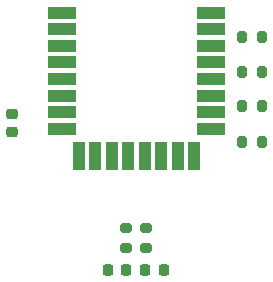
<source format=gbr>
%TF.GenerationSoftware,KiCad,Pcbnew,(6.0.7-1)-1*%
%TF.CreationDate,2023-02-09T22:12:40-08:00*%
%TF.ProjectId,MiniProject,4d696e69-5072-46f6-9a65-63742e6b6963,rev?*%
%TF.SameCoordinates,Original*%
%TF.FileFunction,Paste,Top*%
%TF.FilePolarity,Positive*%
%FSLAX46Y46*%
G04 Gerber Fmt 4.6, Leading zero omitted, Abs format (unit mm)*
G04 Created by KiCad (PCBNEW (6.0.7-1)-1) date 2023-02-09 22:12:40*
%MOMM*%
%LPD*%
G01*
G04 APERTURE LIST*
G04 Aperture macros list*
%AMRoundRect*
0 Rectangle with rounded corners*
0 $1 Rounding radius*
0 $2 $3 $4 $5 $6 $7 $8 $9 X,Y pos of 4 corners*
0 Add a 4 corners polygon primitive as box body*
4,1,4,$2,$3,$4,$5,$6,$7,$8,$9,$2,$3,0*
0 Add four circle primitives for the rounded corners*
1,1,$1+$1,$2,$3*
1,1,$1+$1,$4,$5*
1,1,$1+$1,$6,$7*
1,1,$1+$1,$8,$9*
0 Add four rect primitives between the rounded corners*
20,1,$1+$1,$2,$3,$4,$5,0*
20,1,$1+$1,$4,$5,$6,$7,0*
20,1,$1+$1,$6,$7,$8,$9,0*
20,1,$1+$1,$8,$9,$2,$3,0*%
G04 Aperture macros list end*
%ADD10RoundRect,0.218750X-0.218750X-0.256250X0.218750X-0.256250X0.218750X0.256250X-0.218750X0.256250X0*%
%ADD11RoundRect,0.200000X-0.200000X-0.275000X0.200000X-0.275000X0.200000X0.275000X-0.200000X0.275000X0*%
%ADD12R,2.450000X1.000000*%
%ADD13R,1.000000X2.450000*%
%ADD14RoundRect,0.225000X-0.250000X0.225000X-0.250000X-0.225000X0.250000X-0.225000X0.250000X0.225000X0*%
%ADD15RoundRect,0.218750X0.218750X0.256250X-0.218750X0.256250X-0.218750X-0.256250X0.218750X-0.256250X0*%
%ADD16RoundRect,0.200000X0.275000X-0.200000X0.275000X0.200000X-0.275000X0.200000X-0.275000X-0.200000X0*%
G04 APERTURE END LIST*
D10*
%TO.C,BLUE1*%
X157962500Y-121666000D03*
X159537500Y-121666000D03*
%TD*%
D11*
%TO.C,R4*%
X169355000Y-101981000D03*
X171005000Y-101981000D03*
%TD*%
D12*
%TO.C,U1*%
X154100000Y-99920000D03*
X154100000Y-101320000D03*
X154100000Y-102720000D03*
X154100000Y-104120000D03*
X154100000Y-105520000D03*
X154100000Y-106920000D03*
X154100000Y-108320000D03*
X154100000Y-109720000D03*
D13*
X155495000Y-112015000D03*
X156895000Y-112015000D03*
X158295000Y-112015000D03*
X159695000Y-112015000D03*
X161095000Y-112015000D03*
X162495000Y-112015000D03*
X163895000Y-112015000D03*
X165295000Y-112015000D03*
D12*
X166690000Y-109720000D03*
X166690000Y-108320000D03*
X166690000Y-106920000D03*
X166690000Y-105520000D03*
X166690000Y-104120000D03*
X166690000Y-102720000D03*
X166690000Y-101320000D03*
X166690000Y-99920000D03*
%TD*%
D14*
%TO.C,C1*%
X149860000Y-108445000D03*
X149860000Y-109995000D03*
%TD*%
D15*
%TO.C,ORNG1*%
X162712500Y-121666000D03*
X161137500Y-121666000D03*
%TD*%
D16*
%TO.C,R1*%
X159512000Y-119825000D03*
X159512000Y-118175000D03*
%TD*%
%TO.C,R2*%
X161163000Y-119825000D03*
X161163000Y-118175000D03*
%TD*%
D11*
%TO.C,R5*%
X169355000Y-104902000D03*
X171005000Y-104902000D03*
%TD*%
%TO.C,R6*%
X169355000Y-107823000D03*
X171005000Y-107823000D03*
%TD*%
%TO.C,R3*%
X169355000Y-110871000D03*
X171005000Y-110871000D03*
%TD*%
M02*

</source>
